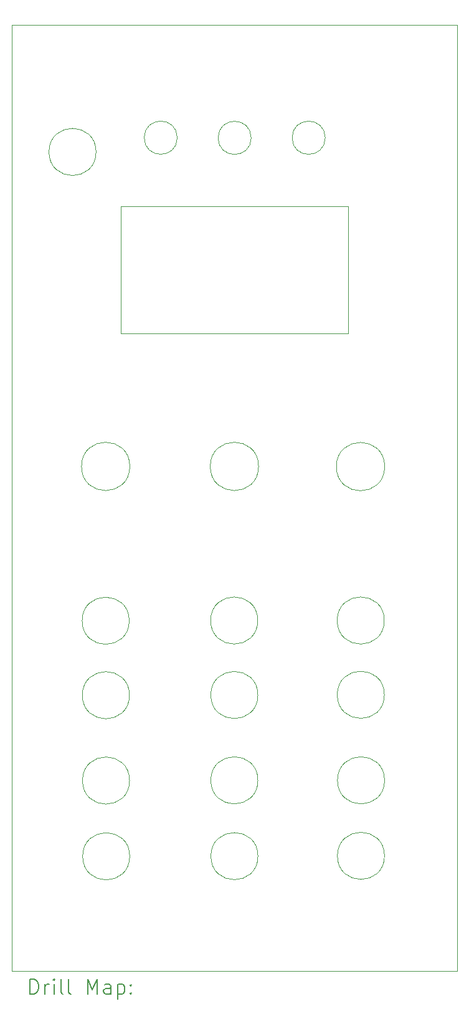
<source format=gbr>
%FSLAX45Y45*%
G04 Gerber Fmt 4.5, Leading zero omitted, Abs format (unit mm)*
G04 Created by KiCad (PCBNEW (6.0.0-0)) date 2022-05-01 23:04:05*
%MOMM*%
%LPD*%
G01*
G04 APERTURE LIST*
%TA.AperFunction,Profile*%
%ADD10C,0.100000*%
%TD*%
%ADD11C,0.200000*%
G04 APERTURE END LIST*
D10*
X3598816Y-10093200D02*
G75*
G03*
X3598816Y-10093200I-320000J0D01*
G01*
X7069816Y-12261200D02*
G75*
G03*
X7069816Y-12261200I-320000J0D01*
G01*
X3481536Y-4462640D02*
X6577136Y-4462640D01*
X6577136Y-4462640D02*
X6577136Y-6191720D01*
X6577136Y-6191720D02*
X3481536Y-6191720D01*
X3481536Y-6191720D02*
X3481536Y-4462640D01*
X7066816Y-11099200D02*
G75*
G03*
X7066816Y-11099200I-320000J0D01*
G01*
X1999000Y-1998000D02*
X8059000Y-1998000D01*
X8059000Y-1998000D02*
X8059000Y-14848000D01*
X8059000Y-14848000D02*
X1999000Y-14848000D01*
X1999000Y-14848000D02*
X1999000Y-1998000D01*
X5356996Y-7996720D02*
G75*
G03*
X5356996Y-7996720I-328476J0D01*
G01*
X3148000Y-3724429D02*
G75*
G03*
X3148000Y-3724429I-320000J0D01*
G01*
X5256816Y-3533200D02*
G75*
G03*
X5256816Y-3533200I-225000J0D01*
G01*
X3606936Y-7996720D02*
G75*
G03*
X3606936Y-7996720I-328476J0D01*
G01*
X7071496Y-7999260D02*
G75*
G03*
X7071496Y-7999260I-328476J0D01*
G01*
X5347816Y-12261200D02*
G75*
G03*
X5347816Y-12261200I-320000J0D01*
G01*
X4252311Y-3531400D02*
G75*
G03*
X4252311Y-3531400I-225000J0D01*
G01*
X3601816Y-11105200D02*
G75*
G03*
X3601816Y-11105200I-320000J0D01*
G01*
X6262816Y-3532200D02*
G75*
G03*
X6262816Y-3532200I-225000J0D01*
G01*
X7065816Y-10090200D02*
G75*
G03*
X7065816Y-10090200I-320000J0D01*
G01*
X5345816Y-10090200D02*
G75*
G03*
X5345816Y-10090200I-320000J0D01*
G01*
X7068816Y-13287200D02*
G75*
G03*
X7068816Y-13287200I-320000J0D01*
G01*
X5347816Y-11102200D02*
G75*
G03*
X5347816Y-11102200I-320000J0D01*
G01*
X3603816Y-12264200D02*
G75*
G03*
X3603816Y-12264200I-320000J0D01*
G01*
X3605816Y-13293200D02*
G75*
G03*
X3605816Y-13293200I-320000J0D01*
G01*
X5348816Y-13291200D02*
G75*
G03*
X5348816Y-13291200I-320000J0D01*
G01*
D11*
X2251619Y-15163476D02*
X2251619Y-14963476D01*
X2299238Y-14963476D01*
X2327810Y-14973000D01*
X2346857Y-14992048D01*
X2356381Y-15011095D01*
X2365905Y-15049190D01*
X2365905Y-15077762D01*
X2356381Y-15115857D01*
X2346857Y-15134905D01*
X2327810Y-15153952D01*
X2299238Y-15163476D01*
X2251619Y-15163476D01*
X2451619Y-15163476D02*
X2451619Y-15030143D01*
X2451619Y-15068238D02*
X2461143Y-15049190D01*
X2470667Y-15039667D01*
X2489714Y-15030143D01*
X2508762Y-15030143D01*
X2575429Y-15163476D02*
X2575429Y-15030143D01*
X2575429Y-14963476D02*
X2565905Y-14973000D01*
X2575429Y-14982524D01*
X2584952Y-14973000D01*
X2575429Y-14963476D01*
X2575429Y-14982524D01*
X2699238Y-15163476D02*
X2680190Y-15153952D01*
X2670667Y-15134905D01*
X2670667Y-14963476D01*
X2804000Y-15163476D02*
X2784952Y-15153952D01*
X2775429Y-15134905D01*
X2775429Y-14963476D01*
X3032571Y-15163476D02*
X3032571Y-14963476D01*
X3099238Y-15106333D01*
X3165905Y-14963476D01*
X3165905Y-15163476D01*
X3346857Y-15163476D02*
X3346857Y-15058714D01*
X3337333Y-15039667D01*
X3318286Y-15030143D01*
X3280190Y-15030143D01*
X3261143Y-15039667D01*
X3346857Y-15153952D02*
X3327809Y-15163476D01*
X3280190Y-15163476D01*
X3261143Y-15153952D01*
X3251619Y-15134905D01*
X3251619Y-15115857D01*
X3261143Y-15096809D01*
X3280190Y-15087286D01*
X3327809Y-15087286D01*
X3346857Y-15077762D01*
X3442095Y-15030143D02*
X3442095Y-15230143D01*
X3442095Y-15039667D02*
X3461143Y-15030143D01*
X3499238Y-15030143D01*
X3518286Y-15039667D01*
X3527809Y-15049190D01*
X3537333Y-15068238D01*
X3537333Y-15125381D01*
X3527809Y-15144428D01*
X3518286Y-15153952D01*
X3499238Y-15163476D01*
X3461143Y-15163476D01*
X3442095Y-15153952D01*
X3623048Y-15144428D02*
X3632571Y-15153952D01*
X3623048Y-15163476D01*
X3613524Y-15153952D01*
X3623048Y-15144428D01*
X3623048Y-15163476D01*
X3623048Y-15039667D02*
X3632571Y-15049190D01*
X3623048Y-15058714D01*
X3613524Y-15049190D01*
X3623048Y-15039667D01*
X3623048Y-15058714D01*
M02*

</source>
